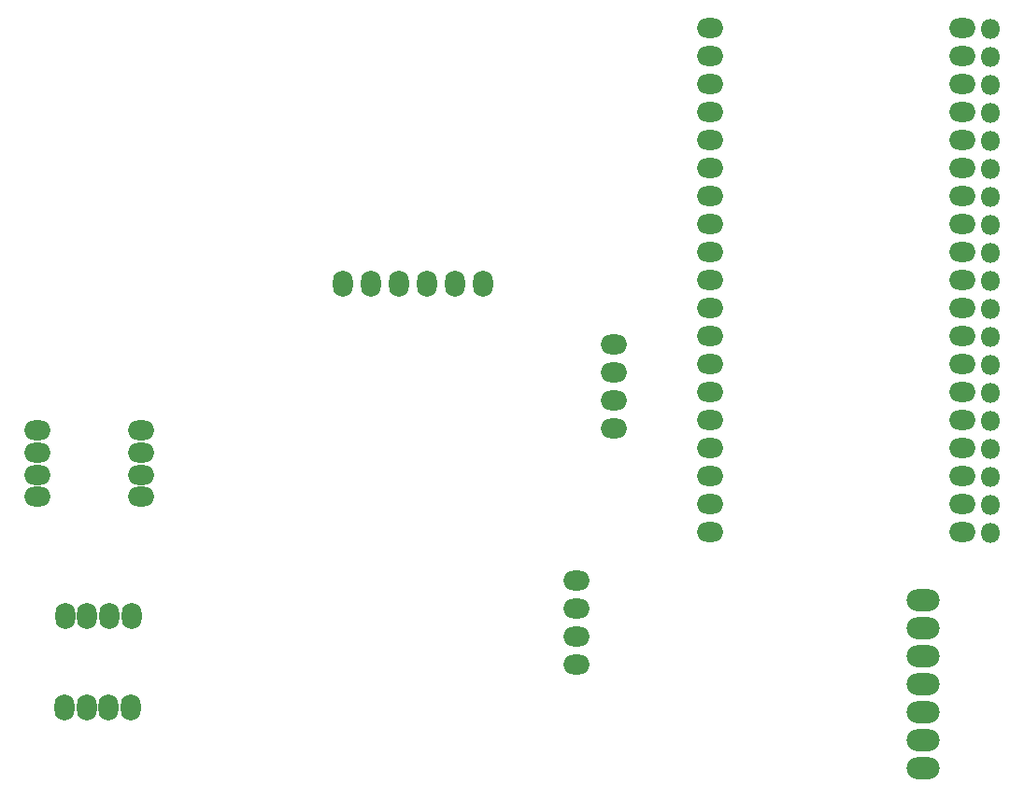
<source format=gbr>
%TF.GenerationSoftware,KiCad,Pcbnew,8.0.3*%
%TF.CreationDate,2024-06-24T21:54:25-07:00*%
%TF.ProjectId,Hardware_Device,48617264-7761-4726-955f-446576696365,rev?*%
%TF.SameCoordinates,Original*%
%TF.FileFunction,Soldermask,Top*%
%TF.FilePolarity,Negative*%
%FSLAX46Y46*%
G04 Gerber Fmt 4.6, Leading zero omitted, Abs format (unit mm)*
G04 Created by KiCad (PCBNEW 8.0.3) date 2024-06-24 21:54:25*
%MOMM*%
%LPD*%
G01*
G04 APERTURE LIST*
%ADD10O,2.400000X1.800000*%
%ADD11O,1.800000X1.800000*%
%ADD12O,1.800000X2.400000*%
%ADD13O,3.000000X2.000000*%
G04 APERTURE END LIST*
D10*
%TO.C,M10*%
X189298000Y-90860000D03*
X189298000Y-88320000D03*
X189298000Y-85780000D03*
X189298000Y-83240000D03*
%TD*%
D11*
%TO.C,M8*%
X226770000Y-78920000D03*
X226770000Y-76380000D03*
X226770000Y-73840000D03*
X226770000Y-71300000D03*
X226770000Y-68760000D03*
X226770000Y-66220000D03*
X226770000Y-63680000D03*
X226770000Y-61140000D03*
X226770000Y-58600000D03*
X226770000Y-56060000D03*
X226770000Y-53520000D03*
X226770000Y-50980000D03*
X226770000Y-48440000D03*
X226770000Y-45900000D03*
X226770000Y-43360000D03*
X226770000Y-40820000D03*
X226770000Y-38280000D03*
X226770000Y-35740000D03*
X226770000Y-33200000D03*
%TD*%
D12*
%TO.C,M5*%
X148950000Y-86450000D03*
X146950000Y-86450000D03*
X144950000Y-86450000D03*
X142950000Y-86450000D03*
%TD*%
D10*
%TO.C,M6*%
X201400000Y-33170000D03*
X201400000Y-35710000D03*
X201400000Y-38250000D03*
X201400000Y-40790000D03*
X201400000Y-43330000D03*
X201400000Y-45870000D03*
X201400000Y-48410000D03*
X201400000Y-50950000D03*
X201400000Y-53490000D03*
X201400000Y-56030000D03*
X201400000Y-58570000D03*
X201400000Y-61110000D03*
X201400000Y-63650000D03*
X201400000Y-66190000D03*
X201400000Y-68730000D03*
X201400000Y-71270000D03*
X201400000Y-73810000D03*
X201400000Y-76350000D03*
X201400000Y-78890000D03*
X224260000Y-78890000D03*
X224260000Y-76350000D03*
X224260000Y-73810000D03*
X224260000Y-71270000D03*
X224260000Y-68730000D03*
X224260000Y-66190000D03*
X224260000Y-63650000D03*
X224260000Y-61110000D03*
X224260000Y-58570000D03*
X224260000Y-56030000D03*
X224260000Y-53490000D03*
X224260000Y-50950000D03*
X224260000Y-48410000D03*
X224260000Y-45870000D03*
X224260000Y-43330000D03*
X224260000Y-40790000D03*
X224260000Y-38250000D03*
X224260000Y-35710000D03*
X224260000Y-33170000D03*
%TD*%
%TO.C,M3*%
X149850000Y-75650000D03*
X149850000Y-73650000D03*
X149850000Y-71650000D03*
X149850000Y-69650000D03*
%TD*%
D13*
%TO.C,M1*%
X220660000Y-100260000D03*
X220660000Y-97720000D03*
X220660000Y-95180000D03*
X220660000Y-92640000D03*
X220660000Y-90100000D03*
X220660000Y-87560000D03*
X220660000Y-85020000D03*
%TD*%
D12*
%TO.C,M7*%
X168148510Y-56372530D03*
X170688510Y-56372530D03*
X173228510Y-56372530D03*
X175768510Y-56372530D03*
X178308510Y-56372530D03*
X180848510Y-56372530D03*
%TD*%
D10*
%TO.C,M4*%
X140450000Y-75650000D03*
X140450000Y-73650000D03*
X140450000Y-71650000D03*
X140450000Y-69650000D03*
%TD*%
D12*
%TO.C,M9*%
X148900000Y-94800000D03*
X146900000Y-94800000D03*
X144900000Y-94800000D03*
X142900000Y-94800000D03*
%TD*%
D10*
%TO.C,M2*%
X192635000Y-61840000D03*
X192635000Y-64380000D03*
X192635000Y-66920000D03*
X192635000Y-69460000D03*
%TD*%
M02*

</source>
